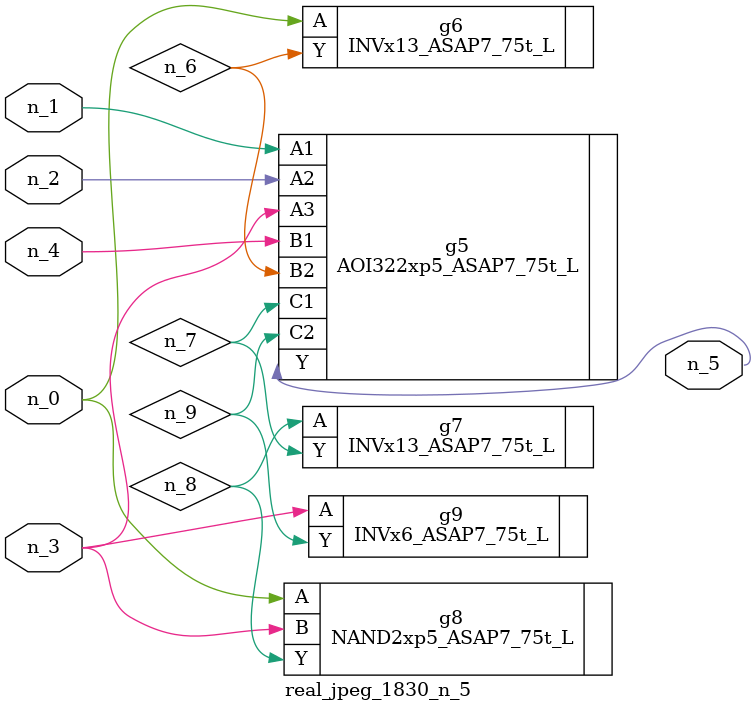
<source format=v>
module real_jpeg_1830_n_5 (n_4, n_0, n_1, n_2, n_3, n_5);

input n_4;
input n_0;
input n_1;
input n_2;
input n_3;

output n_5;

wire n_8;
wire n_6;
wire n_7;
wire n_9;

INVx13_ASAP7_75t_L g6 ( 
.A(n_0),
.Y(n_6)
);

NAND2xp5_ASAP7_75t_L g8 ( 
.A(n_0),
.B(n_3),
.Y(n_8)
);

AOI322xp5_ASAP7_75t_L g5 ( 
.A1(n_1),
.A2(n_2),
.A3(n_3),
.B1(n_4),
.B2(n_6),
.C1(n_7),
.C2(n_9),
.Y(n_5)
);

INVx6_ASAP7_75t_L g9 ( 
.A(n_3),
.Y(n_9)
);

INVx13_ASAP7_75t_L g7 ( 
.A(n_8),
.Y(n_7)
);


endmodule
</source>
